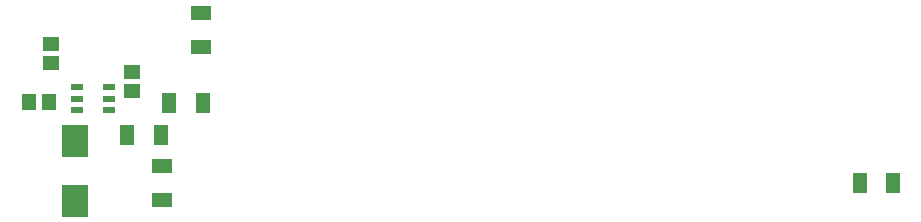
<source format=gbp>
G04*
G04 #@! TF.GenerationSoftware,Altium Limited,Altium Designer,20.0.10 (225)*
G04*
G04 Layer_Color=128*
%FSLAX24Y24*%
%MOIN*%
G70*
G01*
G75*
%ADD18R,0.0472X0.0650*%
%ADD24R,0.0453X0.0531*%
%ADD27R,0.0551X0.0512*%
%ADD28R,0.0709X0.0512*%
%ADD87R,0.0866X0.1063*%
%ADD88R,0.0512X0.0709*%
%ADD89R,0.0394X0.0236*%
D18*
X42551Y13800D02*
D03*
X41449D02*
D03*
D24*
X14444Y16500D02*
D03*
X13756D02*
D03*
D27*
X14500Y17785D02*
D03*
Y18415D02*
D03*
X17200Y17500D02*
D03*
Y16870D02*
D03*
D28*
X18200Y14371D02*
D03*
Y13229D02*
D03*
X19500Y19471D02*
D03*
Y18329D02*
D03*
D87*
X15300Y15204D02*
D03*
Y13196D02*
D03*
D88*
X18171Y15400D02*
D03*
X17029D02*
D03*
X19571Y16445D02*
D03*
X18429D02*
D03*
D89*
X15359Y16974D02*
D03*
Y16600D02*
D03*
Y16226D02*
D03*
X16441D02*
D03*
Y16600D02*
D03*
Y16974D02*
D03*
M02*

</source>
